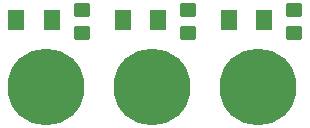
<source format=gbr>
%TF.GenerationSoftware,KiCad,Pcbnew,(6.0.4)*%
%TF.CreationDate,2023-03-31T12:06:15-04:00*%
%TF.ProjectId,switches,73776974-6368-4657-932e-6b696361645f,rev?*%
%TF.SameCoordinates,Original*%
%TF.FileFunction,Paste,Top*%
%TF.FilePolarity,Positive*%
%FSLAX46Y46*%
G04 Gerber Fmt 4.6, Leading zero omitted, Abs format (unit mm)*
G04 Created by KiCad (PCBNEW (6.0.4)) date 2023-03-31 12:06:15*
%MOMM*%
%LPD*%
G01*
G04 APERTURE LIST*
G04 Aperture macros list*
%AMRoundRect*
0 Rectangle with rounded corners*
0 $1 Rounding radius*
0 $2 $3 $4 $5 $6 $7 $8 $9 X,Y pos of 4 corners*
0 Add a 4 corners polygon primitive as box body*
4,1,4,$2,$3,$4,$5,$6,$7,$8,$9,$2,$3,0*
0 Add four circle primitives for the rounded corners*
1,1,$1+$1,$2,$3*
1,1,$1+$1,$4,$5*
1,1,$1+$1,$6,$7*
1,1,$1+$1,$8,$9*
0 Add four rect primitives between the rounded corners*
20,1,$1+$1,$2,$3,$4,$5,0*
20,1,$1+$1,$4,$5,$6,$7,0*
20,1,$1+$1,$6,$7,$8,$9,0*
20,1,$1+$1,$8,$9,$2,$3,0*%
G04 Aperture macros list end*
%ADD10RoundRect,0.250000X-0.450000X0.350000X-0.450000X-0.350000X0.450000X-0.350000X0.450000X0.350000X0*%
%ADD11C,6.500000*%
%ADD12RoundRect,0.250001X-0.462499X-0.624999X0.462499X-0.624999X0.462499X0.624999X-0.462499X0.624999X0*%
G04 APERTURE END LIST*
D10*
%TO.C,R1*%
X159534000Y-60625000D03*
X159534000Y-62625000D03*
%TD*%
D11*
%TO.C,SW3*%
X174500000Y-67125000D03*
%TD*%
%TO.C,SW2*%
X165500000Y-67125000D03*
%TD*%
D10*
%TO.C,R3*%
X177534000Y-60625000D03*
X177534000Y-62625000D03*
%TD*%
D12*
%TO.C,D1*%
X154012500Y-61500000D03*
X156987500Y-61500000D03*
%TD*%
D11*
%TO.C,SW1*%
X156500000Y-67125000D03*
%TD*%
D10*
%TO.C,R2*%
X168534000Y-60625000D03*
X168534000Y-62625000D03*
%TD*%
D12*
%TO.C,D3*%
X172012500Y-61500000D03*
X174987500Y-61500000D03*
%TD*%
%TO.C,D2*%
X163012500Y-61500000D03*
X165987500Y-61500000D03*
%TD*%
M02*

</source>
